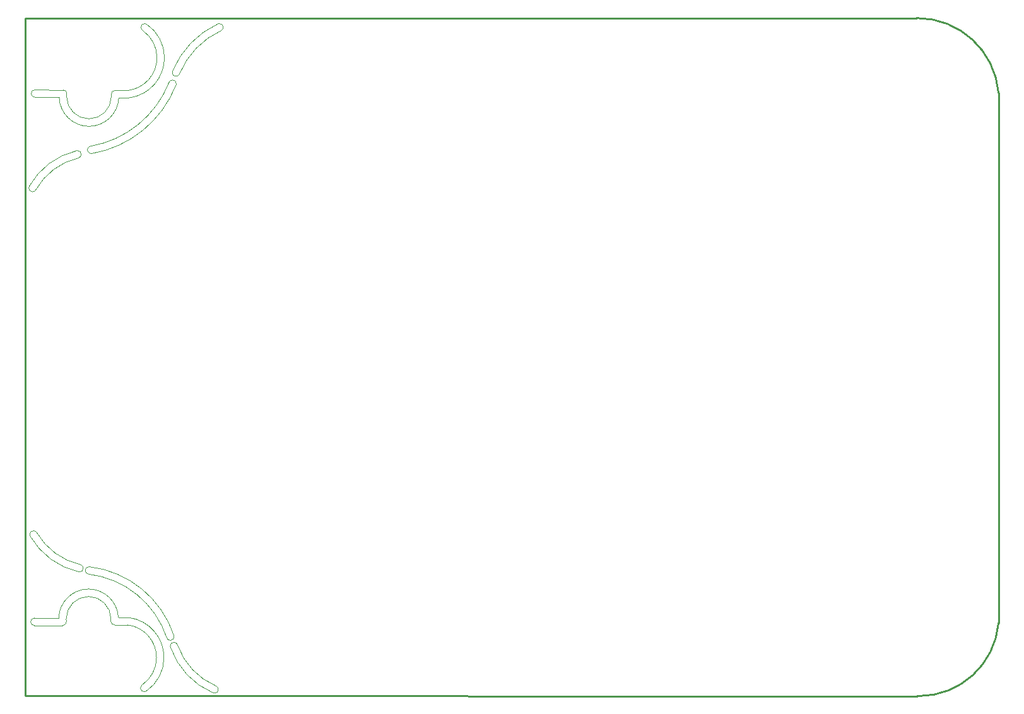
<source format=gko>
G04 Layer: BoardOutlineLayer*
G04 EasyEDA Pro v2.2.40.8, 2025-09-21 19:41:23*
G04 Gerber Generator version 0.3*
G04 Scale: 100 percent, Rotated: No, Reflected: No*
G04 Dimensions in millimeters*
G04 Leading zeros omitted, absolute positions, 4 integers and 5 decimals*
G04 Generated by one-click*
%FSLAX45Y45*%
%MOMM*%
%ADD10C,0.254*%
%ADD11C,0.0254*%
%ADD12C,0.8926*%
G75*


G04 PolygonModel Start*
G54D10*
G01X7774Y-2057D02*
G01X5719Y9095078D01*
G01X5719Y9095078D01*
G01X11969653Y9095078D01*
G02X13065329Y8090708I3601J-1095897D01*
G01X13065329Y974307D01*
G02X11997149Y-5999I-1068180J91811D01*
G02X11973650Y-5742I-1J1072093D01*
G01X7774Y-2057D01*
G54D11*
G01X2546350Y32550D02*
G02X2527038Y36430I0J50000D01*
G02X1952934Y650588I395911J945500D01*
G02X1950250Y666750I47315J16163D01*
G02X2000250Y716750I50000J0D01*
G02X2047566Y682912I-0J-50000D01*
G03X2565662Y128670I875383J299018D01*
G02X2596350Y82550I-19312J-46120D01*
G02X2546350Y32550I-50000J0D01*
G01X1951990Y741210D02*
G02X1904548Y775422I0J50000D01*
G03X853961Y1630551I-1197762J-398611D01*
G02X809790Y1680210I5829J49659D01*
G02X859790Y1730210I50000J-0D01*
G02X865619Y1729869I1J-49999D01*
G02X1999432Y806998I-158834J-1353059D01*
G02X2001990Y791210I-47442J-15788D01*
G02X1951990Y741210I-50000J-0D01*
G01X733258Y1659269D02*
G02X722165Y1660515I-1J50000D01*
G02X72375Y2137628I224528J986828D01*
G02X65570Y2162810I43195J25182D01*
G02X115570Y2212810I50000J0D01*
G02X158765Y2187992I-0J-50000D01*
G03X744350Y1758023I787927J459351D01*
G02X783258Y1709269I-11093J-48754D01*
G02X733258Y1659269I-50000J0D01*
G01X2073225Y8342815D02*
G02X2026920Y8311680I-46305J18865D01*
G02X1976920Y8361680I-0J50000D01*
G02X1980615Y8380545I50000J-0D01*
G02X2590303Y9016740I1107661J-451269D01*
G02X2611120Y9021280I20817J-45461D01*
G02X2661120Y8971280I0J-50000D01*
G02X2631937Y8925820I-50000J-0D01*
G03X2073225Y8342815I456339J-996544D01*
G01X145176Y6787762D02*
G02X101600Y6762280I-43576J24518D01*
G02X51600Y6812280I0J50000D01*
G02X58024Y6836798I50000J0D01*
G02X695272Y7314524I860766J-484312D01*
G02X706588Y7315821I11315J-48703D01*
G02X756588Y7265821I0J-50000D01*
G02X717903Y7217118I-50000J0D01*
G03X145176Y6787762I200887J-864632D01*
G01X889000Y7275360D02*
G02X839000Y7325360I-0J50000D01*
G02X880521Y7374636I50000J-0D01*
G03X1934671Y8232665I-234906J1365163D01*
G02X1981200Y8264360I46529J-18305D01*
G02X2031200Y8214360I0J-50000D01*
G02X2027729Y8196055I-50000J-0D01*
G02X897479Y7276084I-1382114J543744D01*
G02X889000Y7275360I-8479J49276D01*
G01X1600200Y51600D02*
G02X1550200Y101600I0J50000D01*
G02X1572144Y142987I50000J-0D01*
G03X1766471Y509496I-248461J366509D01*
G03X1380432Y948632I-442788J0D01*
G02X1377799Y949044I6407J49588D01*
G01X1202617Y949044D01*
G02X1152616Y999044I0J50000D01*
G02X1152821Y1003561I49998J-0D01*
G03X1154048Y1030663I-298772J27103D01*
G03X854048Y1330663I-300000J0D01*
G03X554048Y1030663I0J-300000D01*
G03X555909Y997290I300002J-2D01*
G02X556220Y991728I-49689J-5563D01*
G02X506369Y941728I-50000J0D01*
G01X127149Y940600D01*
G01X127000Y940600D01*
G02X77000Y990600I0J50000D01*
G02X126851Y1040600I50000J0D01*
G01X454196Y1041573D01*
G02X854048Y1430663I399852J-10910D01*
G02X1253625Y1049044I0J-400000D01*
G01X1385112Y1049044D01*
G02X1399288Y1046993I1J-50000D01*
G02X1866472Y509496I-75605J-537497D01*
G02X1628256Y60213I-542789J0D01*
G02X1600200Y51600I-28057J41386D01*
G01X1606364Y9020732D02*
G03X1556364Y8970732I0J-50000D01*
G03X1578308Y8929345I50000J0D01*
G02X1772636Y8562836I-248461J-366509D01*
G02X1386596Y8123699I-442788J0D01*
G03X1383963Y8123288I6407J-49588D01*
G01X1208781Y8123288D01*
G03X1158781Y8073287I0J-50000D01*
G03X1158985Y8068771I49998J0D01*
G02X1160212Y8041668I-298772J-27100D01*
G02X860212Y7741668I-300000J-0D01*
G02X560212Y8041668I0J300000D01*
G02X562074Y8075042I300003J-0D01*
G03X562384Y8080604I-49689J5563D01*
G03X512533Y8130604I-50000J0D01*
G01X133313Y8131732D01*
G01X133164Y8131732D01*
G03X83164Y8081732I0J-50000D01*
G03X133015Y8031732I50000J0D01*
G01X460361Y8030758D01*
G03X860212Y7641668I399852J10910D01*
G03X1259789Y8023287I0J400000D01*
G01X1391277Y8023287D01*
G03X1405452Y8025339I1J50000D01*
G03X1872636Y8562836I-75604J537497D01*
G03X1634421Y9012118I-542789J-0D01*
G03X1606364Y9020732I-28057J-41386D01*

M02*


</source>
